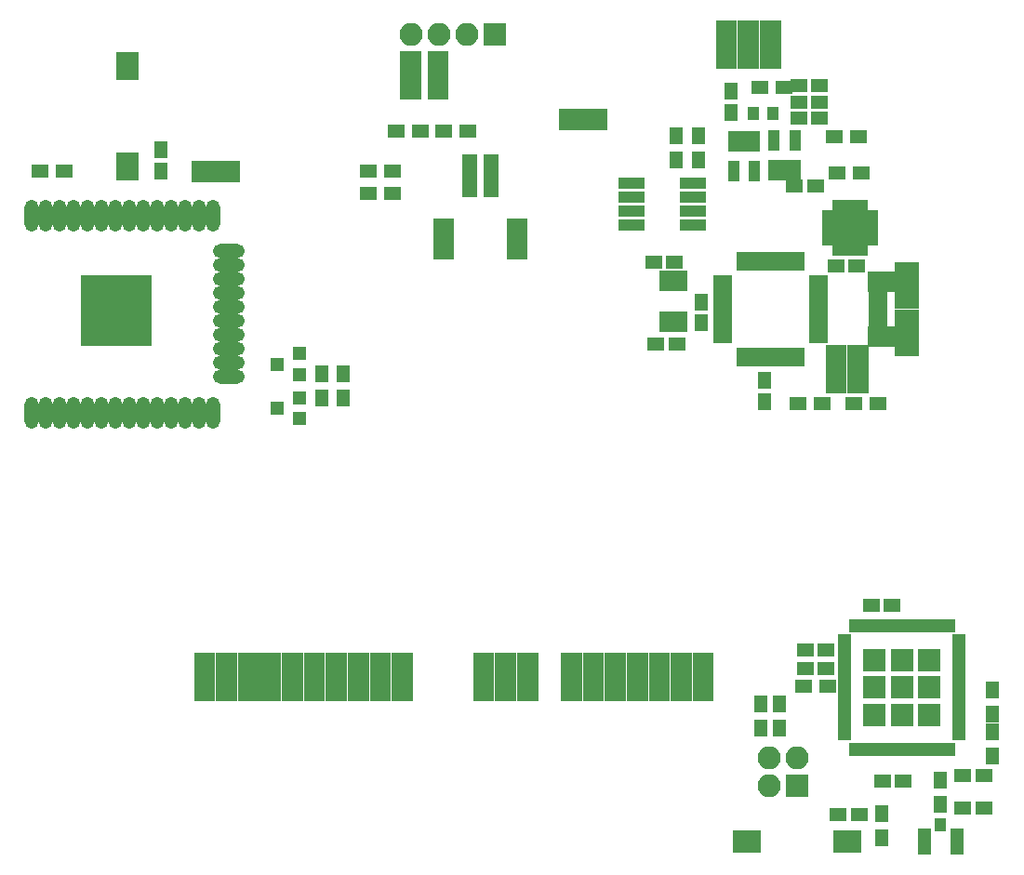
<source format=gbr>
G04 #@! TF.FileFunction,Soldermask,Bot*
%FSLAX46Y46*%
G04 Gerber Fmt 4.6, Leading zero omitted, Abs format (unit mm)*
G04 Created by KiCad (PCBNEW 4.0.6) date 10/16/17 12:02:40*
%MOMM*%
%LPD*%
G01*
G04 APERTURE LIST*
%ADD10C,0.100000*%
%ADD11R,1.600000X1.150000*%
%ADD12R,1.150000X1.600000*%
%ADD13R,1.000000X1.200000*%
%ADD14R,1.600000X1.300000*%
%ADD15R,0.900000X1.200000*%
%ADD16R,1.200000X0.900000*%
%ADD17R,2.000000X2.000000*%
%ADD18R,1.050000X1.960000*%
%ADD19R,1.190000X2.340000*%
%ADD20R,1.140000X1.190000*%
%ADD21R,1.300000X1.600000*%
%ADD22R,2.580000X2.000000*%
%ADD23R,1.700000X0.650000*%
%ADD24R,0.650000X1.700000*%
%ADD25O,1.300000X2.900000*%
%ADD26O,2.900000X1.300000*%
%ADD27R,6.400000X6.400000*%
%ADD28R,2.537160X1.837160*%
%ADD29R,1.395680X3.897580*%
%ADD30R,1.398220X3.897580*%
%ADD31R,1.898600X3.798520*%
%ADD32R,1.898600X3.795980*%
%ADD33R,2.398980X0.999440*%
%ADD34R,1.300000X1.200000*%
%ADD35R,2.000000X2.580000*%
%ADD36R,0.700000X1.250000*%
%ADD37R,1.250000X0.700000*%
%ADD38R,1.700000X1.700000*%
%ADD39R,2.100000X2.100000*%
%ADD40O,2.100000X2.100000*%
%ADD41R,1.780000X0.850000*%
%ADD42R,2.500000X1.875000*%
%ADD43R,2.300000X2.775000*%
%ADD44R,2.300000X1.575000*%
G04 APERTURE END LIST*
D10*
D11*
X173700000Y-127550000D03*
X175600000Y-127550000D03*
X168600000Y-117250000D03*
X166700000Y-117250000D03*
X168600000Y-115550000D03*
X166700000Y-115550000D03*
X174600000Y-111550000D03*
X172700000Y-111550000D03*
X171600000Y-130550000D03*
X169700000Y-130550000D03*
X165700000Y-73350000D03*
X167600000Y-73350000D03*
X166100000Y-64150000D03*
X168000000Y-64150000D03*
X166100000Y-65750000D03*
X168000000Y-65750000D03*
X166100000Y-67150000D03*
X168000000Y-67150000D03*
D12*
X157250000Y-85800000D03*
X157250000Y-83900000D03*
X159950000Y-66600000D03*
X159950000Y-64700000D03*
D11*
X155000000Y-87750000D03*
X153100000Y-87750000D03*
X154800000Y-80250000D03*
X152900000Y-80250000D03*
D13*
X162000000Y-66750000D03*
X163700000Y-66750000D03*
D14*
X171555000Y-68805000D03*
X169355000Y-68805000D03*
D15*
X171100000Y-113350000D03*
X171900000Y-113350000D03*
X172700000Y-113350000D03*
X173500000Y-113350000D03*
X174300000Y-113350000D03*
X175100000Y-113350000D03*
X175900000Y-113350000D03*
X176700000Y-113350000D03*
X177500000Y-113350000D03*
X178300000Y-113350000D03*
X179100000Y-113350000D03*
X179900000Y-113350000D03*
D16*
X180700000Y-114600000D03*
X180700000Y-115400000D03*
X180700000Y-116200000D03*
X180700000Y-117000000D03*
X180700000Y-117800000D03*
X180700000Y-118600000D03*
X180700000Y-119400000D03*
X180700000Y-120200000D03*
X180700000Y-121000000D03*
X180700000Y-121800000D03*
X180700000Y-122600000D03*
X180700000Y-123400000D03*
D15*
X179900000Y-124650000D03*
X179100000Y-124650000D03*
X178300000Y-124650000D03*
X177500000Y-124650000D03*
X176700000Y-124650000D03*
X175900000Y-124650000D03*
X175100000Y-124650000D03*
X174300000Y-124650000D03*
X173500000Y-124650000D03*
X172700000Y-124650000D03*
X171900000Y-124650000D03*
X171100000Y-124650000D03*
D16*
X170300000Y-123400000D03*
X170300000Y-122600000D03*
X170300000Y-121800000D03*
X170300000Y-121000000D03*
X170300000Y-120200000D03*
X170300000Y-119400000D03*
X170300000Y-118600000D03*
X170300000Y-117800000D03*
X170300000Y-117000000D03*
X170300000Y-116200000D03*
X170300000Y-115400000D03*
X170300000Y-114600000D03*
D17*
X173000000Y-116500000D03*
X173000000Y-119000000D03*
X173000000Y-121500000D03*
X175500000Y-116500000D03*
X175500000Y-119000000D03*
X175500000Y-121500000D03*
X178000000Y-116500000D03*
X178000000Y-119000000D03*
X178000000Y-121500000D03*
D18*
X160150000Y-69240000D03*
X161100000Y-69240000D03*
X162050000Y-69240000D03*
X162050000Y-71940000D03*
X160150000Y-71940000D03*
D19*
X177525000Y-133000000D03*
X180475000Y-133000000D03*
D20*
X179000000Y-131475000D03*
D21*
X183710000Y-121410000D03*
X183710000Y-119210000D03*
X183710000Y-123020000D03*
X183710000Y-125220000D03*
X173650000Y-132650000D03*
X173650000Y-130450000D03*
D14*
X166550000Y-118850000D03*
X168750000Y-118850000D03*
X164750000Y-64350000D03*
X162550000Y-64350000D03*
D21*
X157000000Y-68800000D03*
X157000000Y-71000000D03*
D14*
X133750000Y-68350000D03*
X135950000Y-68350000D03*
X129450000Y-68350000D03*
X131650000Y-68350000D03*
D22*
X170520000Y-133010000D03*
X161340000Y-133010000D03*
D23*
X159200000Y-87300000D03*
X159200000Y-86800000D03*
X159200000Y-86300000D03*
X159200000Y-85800000D03*
X159200000Y-85300000D03*
X159200000Y-84800000D03*
X159200000Y-84300000D03*
X159200000Y-83800000D03*
X159200000Y-83300000D03*
X159200000Y-82800000D03*
X159200000Y-82300000D03*
X159200000Y-81800000D03*
D24*
X160800000Y-80200000D03*
X161300000Y-80200000D03*
X161800000Y-80200000D03*
X162300000Y-80200000D03*
X162800000Y-80200000D03*
X163300000Y-80200000D03*
X163800000Y-80200000D03*
X164300000Y-80200000D03*
X164800000Y-80200000D03*
X165300000Y-80200000D03*
X165800000Y-80200000D03*
X166300000Y-80200000D03*
D23*
X167900000Y-81800000D03*
X167900000Y-82300000D03*
X167900000Y-82800000D03*
X167900000Y-83300000D03*
X167900000Y-83800000D03*
X167900000Y-84300000D03*
X167900000Y-84800000D03*
X167900000Y-85300000D03*
X167900000Y-85800000D03*
X167900000Y-86300000D03*
X167900000Y-86800000D03*
X167900000Y-87300000D03*
D24*
X166300000Y-88900000D03*
X165800000Y-88900000D03*
X165300000Y-88900000D03*
X164800000Y-88900000D03*
X164300000Y-88900000D03*
X163800000Y-88900000D03*
X163300000Y-88900000D03*
X162800000Y-88900000D03*
X162300000Y-88900000D03*
X161800000Y-88900000D03*
X161300000Y-88900000D03*
X160800000Y-88900000D03*
D25*
X96250000Y-94000000D03*
X97520000Y-94000000D03*
X98790000Y-94000000D03*
X100060000Y-94000000D03*
X101330000Y-94000000D03*
X102600000Y-94000000D03*
X103870000Y-94000000D03*
X105140000Y-94000000D03*
X106410000Y-94000000D03*
X107680000Y-94000000D03*
X108950000Y-94000000D03*
X110220000Y-94000000D03*
X111490000Y-94000000D03*
X112760000Y-94000000D03*
D26*
X114250000Y-90715000D03*
X114250000Y-89445000D03*
X114250000Y-88175000D03*
X114250000Y-86905000D03*
X114250000Y-85635000D03*
X114250000Y-84365000D03*
X114250000Y-83095000D03*
X114250000Y-81825000D03*
X114250000Y-80555000D03*
X114250000Y-79285000D03*
D25*
X112760000Y-76000000D03*
X111490000Y-76000000D03*
X110220000Y-76000000D03*
X108950000Y-76000000D03*
X107680000Y-76000000D03*
X106410000Y-76000000D03*
X105140000Y-76000000D03*
X103870000Y-76000000D03*
X102600000Y-76000000D03*
X101330000Y-76000000D03*
X100060000Y-76000000D03*
X98790000Y-76000000D03*
X97520000Y-76000000D03*
X96250000Y-76000000D03*
D27*
X103950000Y-84700000D03*
D18*
X165730000Y-71870000D03*
X164780000Y-71870000D03*
X163830000Y-71870000D03*
X163830000Y-69170000D03*
X165730000Y-69170000D03*
D28*
X154650000Y-85700000D03*
X154650000Y-82000000D03*
D12*
X108000000Y-71950000D03*
X108000000Y-70050000D03*
X163000000Y-91050000D03*
X163000000Y-92950000D03*
D11*
X169500000Y-80600000D03*
X171400000Y-80600000D03*
D14*
X166065000Y-93170000D03*
X168265000Y-93170000D03*
D29*
X138098480Y-72401980D03*
D30*
X136096960Y-72401980D03*
D31*
X140442900Y-78150000D03*
D32*
X133750000Y-78150000D03*
D33*
X156444000Y-73045000D03*
X156444000Y-74315000D03*
X156444000Y-75585000D03*
X156444000Y-76855000D03*
X150856000Y-76855000D03*
X150856000Y-75585000D03*
X150856000Y-74315000D03*
X150856000Y-73045000D03*
D34*
X120650000Y-92600000D03*
X120650000Y-94500000D03*
X118650000Y-93550000D03*
X120650000Y-88600000D03*
X120650000Y-90500000D03*
X118650000Y-89550000D03*
D14*
X171750000Y-72150000D03*
X169550000Y-72150000D03*
X97000000Y-72000000D03*
X99200000Y-72000000D03*
X171145000Y-93170000D03*
X173345000Y-93170000D03*
D21*
X154950000Y-68800000D03*
X154950000Y-71000000D03*
X122650000Y-92650000D03*
X122650000Y-90450000D03*
X124650000Y-90450000D03*
X124650000Y-92650000D03*
D35*
X105000000Y-71590000D03*
X105000000Y-62410000D03*
D36*
X172000000Y-79100000D03*
X171500000Y-79100000D03*
X171000000Y-79100000D03*
X170500000Y-79100000D03*
X170000000Y-79100000D03*
X169500000Y-79100000D03*
D37*
X168800000Y-78400000D03*
X168800000Y-77900000D03*
X168800000Y-77400000D03*
X168800000Y-76900000D03*
X168800000Y-76400000D03*
X168800000Y-75900000D03*
D36*
X169500000Y-75200000D03*
X170000000Y-75200000D03*
X170500000Y-75200000D03*
X171000000Y-75200000D03*
X171500000Y-75200000D03*
X172000000Y-75200000D03*
D37*
X172700000Y-75900000D03*
X172700000Y-76400000D03*
X172700000Y-76900000D03*
X172700000Y-77400000D03*
X172700000Y-77900000D03*
X172700000Y-78400000D03*
D38*
X170100000Y-76500000D03*
X171400000Y-76500000D03*
X170100000Y-77800000D03*
X171400000Y-77800000D03*
D11*
X181050000Y-130000000D03*
X182950000Y-130000000D03*
X181050000Y-127000000D03*
X182950000Y-127000000D03*
D21*
X179000000Y-129600000D03*
X179000000Y-127400000D03*
D39*
X165930000Y-127930000D03*
D40*
X163390000Y-127930000D03*
X165930000Y-125390000D03*
X163390000Y-125390000D03*
D39*
X138440000Y-59550000D03*
D40*
X135900000Y-59550000D03*
X133360000Y-59550000D03*
X130820000Y-59550000D03*
D41*
X173290000Y-83250000D03*
X173290000Y-83900000D03*
X173290000Y-84550000D03*
X173290000Y-85200000D03*
X173290000Y-85850000D03*
D42*
X173650000Y-82087500D03*
X173650000Y-87012500D03*
D43*
X175950000Y-81640000D03*
X175950000Y-87460000D03*
D44*
X175950000Y-83710000D03*
X175950000Y-85390000D03*
D21*
X162650000Y-122680000D03*
X162650000Y-120480000D03*
X164350000Y-122680000D03*
X164350000Y-120480000D03*
D10*
G36*
X148700000Y-66288000D02*
X148700000Y-68212000D01*
X144300000Y-68212000D01*
X144300000Y-66288000D01*
X148700000Y-66288000D01*
X148700000Y-66288000D01*
G37*
G36*
X160462000Y-62700000D02*
X158538000Y-62700000D01*
X158538000Y-58300000D01*
X160462000Y-58300000D01*
X160462000Y-62700000D01*
X160462000Y-62700000D01*
G37*
G36*
X168538000Y-87800000D02*
X170462000Y-87800000D01*
X170462000Y-92200000D01*
X168538000Y-92200000D01*
X168538000Y-87800000D01*
X168538000Y-87800000D01*
G37*
G36*
X130962000Y-120200000D02*
X129038000Y-120200000D01*
X129038000Y-115800000D01*
X130962000Y-115800000D01*
X130962000Y-120200000D01*
X130962000Y-120200000D01*
G37*
G36*
X128962000Y-120200000D02*
X127038000Y-120200000D01*
X127038000Y-115800000D01*
X128962000Y-115800000D01*
X128962000Y-120200000D01*
X128962000Y-120200000D01*
G37*
G36*
X126962000Y-120200000D02*
X125038000Y-120200000D01*
X125038000Y-115800000D01*
X126962000Y-115800000D01*
X126962000Y-120200000D01*
X126962000Y-120200000D01*
G37*
G36*
X124962000Y-120200000D02*
X123038000Y-120200000D01*
X123038000Y-115800000D01*
X124962000Y-115800000D01*
X124962000Y-120200000D01*
X124962000Y-120200000D01*
G37*
G36*
X122962000Y-120200000D02*
X121038000Y-120200000D01*
X121038000Y-115800000D01*
X122962000Y-115800000D01*
X122962000Y-120200000D01*
X122962000Y-120200000D01*
G37*
G36*
X120962000Y-120200000D02*
X119038000Y-120200000D01*
X119038000Y-115800000D01*
X120962000Y-115800000D01*
X120962000Y-120200000D01*
X120962000Y-120200000D01*
G37*
G36*
X118962000Y-120200000D02*
X117038000Y-120200000D01*
X117038000Y-115800000D01*
X118962000Y-115800000D01*
X118962000Y-120200000D01*
X118962000Y-120200000D01*
G37*
G36*
X134212000Y-65450000D02*
X132288000Y-65450000D01*
X132288000Y-61050000D01*
X134212000Y-61050000D01*
X134212000Y-65450000D01*
X134212000Y-65450000D01*
G37*
G36*
X131712000Y-65450000D02*
X129788000Y-65450000D01*
X129788000Y-61050000D01*
X131712000Y-61050000D01*
X131712000Y-65450000D01*
X131712000Y-65450000D01*
G37*
G36*
X110800000Y-72962000D02*
X110800000Y-71038000D01*
X115200000Y-71038000D01*
X115200000Y-72962000D01*
X110800000Y-72962000D01*
X110800000Y-72962000D01*
G37*
G36*
X164462000Y-62700000D02*
X162538000Y-62700000D01*
X162538000Y-58300000D01*
X164462000Y-58300000D01*
X164462000Y-62700000D01*
X164462000Y-62700000D01*
G37*
G36*
X158362000Y-120200000D02*
X156438000Y-120200000D01*
X156438000Y-115800000D01*
X158362000Y-115800000D01*
X158362000Y-120200000D01*
X158362000Y-120200000D01*
G37*
G36*
X162462000Y-62700000D02*
X160538000Y-62700000D01*
X160538000Y-58300000D01*
X162462000Y-58300000D01*
X162462000Y-62700000D01*
X162462000Y-62700000D01*
G37*
G36*
X146362000Y-120200000D02*
X144438000Y-120200000D01*
X144438000Y-115800000D01*
X146362000Y-115800000D01*
X146362000Y-120200000D01*
X146362000Y-120200000D01*
G37*
G36*
X148362000Y-120200000D02*
X146438000Y-120200000D01*
X146438000Y-115800000D01*
X148362000Y-115800000D01*
X148362000Y-120200000D01*
X148362000Y-120200000D01*
G37*
G36*
X152362000Y-120200000D02*
X150438000Y-120200000D01*
X150438000Y-115800000D01*
X152362000Y-115800000D01*
X152362000Y-120200000D01*
X152362000Y-120200000D01*
G37*
G36*
X150362000Y-120200000D02*
X148438000Y-120200000D01*
X148438000Y-115800000D01*
X150362000Y-115800000D01*
X150362000Y-120200000D01*
X150362000Y-120200000D01*
G37*
G36*
X154362000Y-120200000D02*
X152438000Y-120200000D01*
X152438000Y-115800000D01*
X154362000Y-115800000D01*
X154362000Y-120200000D01*
X154362000Y-120200000D01*
G37*
G36*
X156362000Y-120200000D02*
X154438000Y-120200000D01*
X154438000Y-115800000D01*
X156362000Y-115800000D01*
X156362000Y-120200000D01*
X156362000Y-120200000D01*
G37*
G36*
X138362000Y-120200000D02*
X136438000Y-120200000D01*
X136438000Y-115800000D01*
X138362000Y-115800000D01*
X138362000Y-120200000D01*
X138362000Y-120200000D01*
G37*
G36*
X142362000Y-120200000D02*
X140438000Y-120200000D01*
X140438000Y-115800000D01*
X142362000Y-115800000D01*
X142362000Y-120200000D01*
X142362000Y-120200000D01*
G37*
G36*
X140362000Y-120200000D02*
X138438000Y-120200000D01*
X138438000Y-115800000D01*
X140362000Y-115800000D01*
X140362000Y-120200000D01*
X140362000Y-120200000D01*
G37*
G36*
X114962000Y-120200000D02*
X113038000Y-120200000D01*
X113038000Y-115800000D01*
X114962000Y-115800000D01*
X114962000Y-120200000D01*
X114962000Y-120200000D01*
G37*
G36*
X116962000Y-120200000D02*
X115038000Y-120200000D01*
X115038000Y-115800000D01*
X116962000Y-115800000D01*
X116962000Y-120200000D01*
X116962000Y-120200000D01*
G37*
G36*
X112962000Y-120200000D02*
X111038000Y-120200000D01*
X111038000Y-115800000D01*
X112962000Y-115800000D01*
X112962000Y-120200000D01*
X112962000Y-120200000D01*
G37*
G36*
X170538000Y-87800000D02*
X172462000Y-87800000D01*
X172462000Y-92200000D01*
X170538000Y-92200000D01*
X170538000Y-87800000D01*
X170538000Y-87800000D01*
G37*
D14*
X126900000Y-74000000D03*
X129100000Y-74000000D03*
X126900000Y-72000000D03*
X129100000Y-72000000D03*
M02*

</source>
